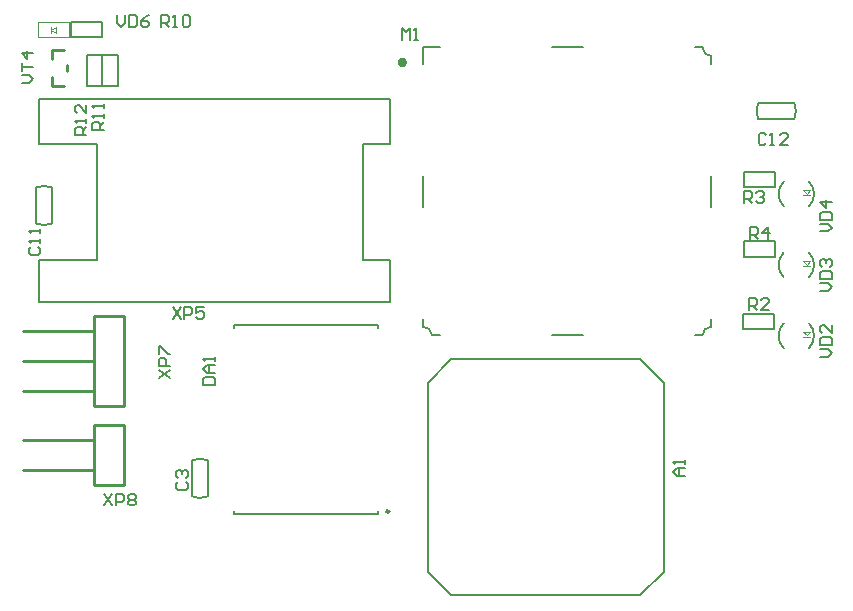
<source format=gto>
%FSLAX24Y24*%
%MOIN*%
G70*
G01*
G75*
G04 Layer_Color=65535*
%ADD10C,0.0079*%
G04:AMPARAMS|DCode=11|XSize=28mil|YSize=35.8mil|CornerRadius=2.8mil|HoleSize=0mil|Usage=FLASHONLY|Rotation=0.000|XOffset=0mil|YOffset=0mil|HoleType=Round|Shape=RoundedRectangle|*
%AMROUNDEDRECTD11*
21,1,0.0280,0.0302,0,0,0.0*
21,1,0.0224,0.0358,0,0,0.0*
1,1,0.0056,0.0112,-0.0151*
1,1,0.0056,-0.0112,-0.0151*
1,1,0.0056,-0.0112,0.0151*
1,1,0.0056,0.0112,0.0151*
%
%ADD11ROUNDEDRECTD11*%
G04:AMPARAMS|DCode=12|XSize=41mil|YSize=36mil|CornerRadius=1.8mil|HoleSize=0mil|Usage=FLASHONLY|Rotation=0.000|XOffset=0mil|YOffset=0mil|HoleType=Round|Shape=RoundedRectangle|*
%AMROUNDEDRECTD12*
21,1,0.0410,0.0324,0,0,0.0*
21,1,0.0374,0.0360,0,0,0.0*
1,1,0.0036,0.0187,-0.0162*
1,1,0.0036,-0.0187,-0.0162*
1,1,0.0036,-0.0187,0.0162*
1,1,0.0036,0.0187,0.0162*
%
%ADD12ROUNDEDRECTD12*%
G04:AMPARAMS|DCode=13|XSize=41mil|YSize=36mil|CornerRadius=1.8mil|HoleSize=0mil|Usage=FLASHONLY|Rotation=270.000|XOffset=0mil|YOffset=0mil|HoleType=Round|Shape=RoundedRectangle|*
%AMROUNDEDRECTD13*
21,1,0.0410,0.0324,0,0,270.0*
21,1,0.0374,0.0360,0,0,270.0*
1,1,0.0036,-0.0162,-0.0187*
1,1,0.0036,-0.0162,0.0187*
1,1,0.0036,0.0162,0.0187*
1,1,0.0036,0.0162,-0.0187*
%
%ADD13ROUNDEDRECTD13*%
%ADD14O,0.0394X0.0984*%
%ADD15O,0.0984X0.0394*%
G04:AMPARAMS|DCode=16|XSize=28mil|YSize=35.8mil|CornerRadius=2.8mil|HoleSize=0mil|Usage=FLASHONLY|Rotation=270.000|XOffset=0mil|YOffset=0mil|HoleType=Round|Shape=RoundedRectangle|*
%AMROUNDEDRECTD16*
21,1,0.0280,0.0302,0,0,270.0*
21,1,0.0224,0.0358,0,0,270.0*
1,1,0.0056,-0.0151,-0.0112*
1,1,0.0056,-0.0151,0.0112*
1,1,0.0056,0.0151,0.0112*
1,1,0.0056,0.0151,-0.0112*
%
%ADD16ROUNDEDRECTD16*%
%ADD17O,0.0591X0.0281*%
G04:AMPARAMS|DCode=18|XSize=78.7mil|YSize=47.2mil|CornerRadius=11.8mil|HoleSize=0mil|Usage=FLASHONLY|Rotation=180.000|XOffset=0mil|YOffset=0mil|HoleType=Round|Shape=RoundedRectangle|*
%AMROUNDEDRECTD18*
21,1,0.0787,0.0236,0,0,180.0*
21,1,0.0551,0.0472,0,0,180.0*
1,1,0.0236,-0.0276,0.0118*
1,1,0.0236,0.0276,0.0118*
1,1,0.0236,0.0276,-0.0118*
1,1,0.0236,-0.0276,-0.0118*
%
%ADD18ROUNDEDRECTD18*%
%ADD19C,0.0472*%
%ADD20O,0.0709X0.0315*%
%ADD21C,0.0157*%
%ADD22C,0.0118*%
%ADD23C,0.0394*%
%ADD24C,0.0197*%
%ADD25C,0.0600*%
%ADD26R,0.0600X0.0600*%
%ADD27O,0.0984X0.2165*%
%ADD28C,0.0709*%
%ADD29R,0.0600X0.0600*%
%ADD30C,0.0669*%
%ADD31C,0.0315*%
%ADD32C,0.0394*%
%ADD33O,0.0281X0.0591*%
G04:AMPARAMS|DCode=34|XSize=94.5mil|YSize=110.2mil|CornerRadius=23.6mil|HoleSize=0mil|Usage=FLASHONLY|Rotation=180.000|XOffset=0mil|YOffset=0mil|HoleType=Round|Shape=RoundedRectangle|*
%AMROUNDEDRECTD34*
21,1,0.0945,0.0630,0,0,180.0*
21,1,0.0472,0.1102,0,0,180.0*
1,1,0.0472,-0.0236,0.0315*
1,1,0.0472,0.0236,0.0315*
1,1,0.0472,0.0236,-0.0315*
1,1,0.0472,-0.0236,-0.0315*
%
%ADD34ROUNDEDRECTD34*%
G04:AMPARAMS|DCode=35|XSize=51.2mil|YSize=72mil|CornerRadius=2.6mil|HoleSize=0mil|Usage=FLASHONLY|Rotation=90.000|XOffset=0mil|YOffset=0mil|HoleType=Round|Shape=RoundedRectangle|*
%AMROUNDEDRECTD35*
21,1,0.0512,0.0669,0,0,90.0*
21,1,0.0461,0.0720,0,0,90.0*
1,1,0.0051,0.0335,0.0230*
1,1,0.0051,0.0335,-0.0230*
1,1,0.0051,-0.0335,-0.0230*
1,1,0.0051,-0.0335,0.0230*
%
%ADD35ROUNDEDRECTD35*%
G04:AMPARAMS|DCode=36|XSize=54mil|YSize=50mil|CornerRadius=12.5mil|HoleSize=0mil|Usage=FLASHONLY|Rotation=180.000|XOffset=0mil|YOffset=0mil|HoleType=Round|Shape=RoundedRectangle|*
%AMROUNDEDRECTD36*
21,1,0.0540,0.0250,0,0,180.0*
21,1,0.0290,0.0500,0,0,180.0*
1,1,0.0250,-0.0145,0.0125*
1,1,0.0250,0.0145,0.0125*
1,1,0.0250,0.0145,-0.0125*
1,1,0.0250,-0.0145,-0.0125*
%
%ADD36ROUNDEDRECTD36*%
G04:AMPARAMS|DCode=37|XSize=70.9mil|YSize=51.2mil|CornerRadius=12.8mil|HoleSize=0mil|Usage=FLASHONLY|Rotation=90.000|XOffset=0mil|YOffset=0mil|HoleType=Round|Shape=RoundedRectangle|*
%AMROUNDEDRECTD37*
21,1,0.0709,0.0256,0,0,90.0*
21,1,0.0453,0.0512,0,0,90.0*
1,1,0.0256,0.0128,0.0226*
1,1,0.0256,0.0128,-0.0226*
1,1,0.0256,-0.0128,-0.0226*
1,1,0.0256,-0.0128,0.0226*
%
%ADD37ROUNDEDRECTD37*%
%ADD38C,0.0070*%
%ADD39C,0.0071*%
%ADD40C,0.0098*%
%ADD41C,0.0100*%
%ADD42C,0.0039*%
D10*
X32815Y28504D02*
G03*
X33110Y28209I295J0D01*
G01*
Y19193D02*
G03*
X32815Y18898I0J-295D01*
G01*
X23799D02*
G03*
X23504Y19193I-295J0D01*
G01*
X23661Y11024D02*
X24449Y10236D01*
Y18110D02*
X24675D01*
X23661Y17323D02*
X24449Y18110D01*
X23661Y11024D02*
Y17323D01*
X30748Y18110D02*
X31535Y17323D01*
X24675Y18110D02*
X30748D01*
X24449Y10236D02*
X30748D01*
X31535Y11024D01*
Y17323D01*
X32559Y28504D02*
X32815D01*
X33110Y27953D02*
Y28209D01*
Y23189D02*
Y24213D01*
X32559Y18898D02*
X32815D01*
X33110Y19193D02*
Y19449D01*
X27795Y28504D02*
X28819D01*
X27795Y18898D02*
X28819D01*
X23504Y28504D02*
X24055D01*
X23504Y27953D02*
Y28504D01*
Y23189D02*
Y24213D01*
Y19193D02*
Y19449D01*
X23799Y18898D02*
X24055D01*
X22394Y25272D02*
Y26768D01*
X21489Y25272D02*
X22394D01*
X21489Y21413D02*
X22394D01*
X10701Y25272D02*
Y26768D01*
X22394Y19996D02*
Y21413D01*
X10701Y19996D02*
Y21413D01*
X21489D02*
Y25272D01*
X12630Y21413D02*
Y25272D01*
X10701D02*
X12630D01*
X10701Y21413D02*
X12630D01*
X10701Y26768D02*
X22394D01*
X10701Y19996D02*
X22394D01*
X17205Y19252D02*
X22008D01*
X17205Y12953D02*
X22008D01*
Y13051D01*
Y19154D02*
Y19252D01*
X17205Y19154D02*
Y19252D01*
Y12953D02*
Y13051D01*
X14764Y29173D02*
Y29567D01*
X14961D01*
X15026Y29501D01*
Y29370D01*
X14961Y29304D01*
X14764D01*
X14895D02*
X15026Y29173D01*
X15157D02*
X15289D01*
X15223D01*
Y29567D01*
X15157Y29501D01*
X15485D02*
X15551Y29567D01*
X15682D01*
X15748Y29501D01*
Y29239D01*
X15682Y29173D01*
X15551D01*
X15485Y29239D01*
Y29501D01*
X32244Y14213D02*
X31982D01*
X31851Y14344D01*
X31982Y14475D01*
X32244D01*
X32047D01*
Y14213D01*
X32244Y14606D02*
Y14737D01*
Y14672D01*
X31851D01*
X31916Y14606D01*
X12874Y13622D02*
X13136Y13228D01*
Y13622D02*
X12874Y13228D01*
X13268D02*
Y13622D01*
X13464D01*
X13530Y13556D01*
Y13425D01*
X13464Y13360D01*
X13268D01*
X13661Y13556D02*
X13727Y13622D01*
X13858D01*
X13924Y13556D01*
Y13491D01*
X13858Y13425D01*
X13924Y13360D01*
Y13294D01*
X13858Y13228D01*
X13727D01*
X13661Y13294D01*
Y13360D01*
X13727Y13425D01*
X13661Y13491D01*
Y13556D01*
X13727Y13425D02*
X13858D01*
X14685Y17480D02*
X15079Y17743D01*
X14685D02*
X15079Y17480D01*
Y17874D02*
X14685D01*
Y18071D01*
X14751Y18136D01*
X14882D01*
X14948Y18071D01*
Y17874D01*
X14685Y18267D02*
Y18530D01*
X14751D01*
X15013Y18267D01*
X15079D01*
X15341Y14003D02*
X15276Y13937D01*
Y13806D01*
X15341Y13740D01*
X15604D01*
X15669Y13806D01*
Y13937D01*
X15604Y14003D01*
X15341Y14134D02*
X15276Y14199D01*
Y14331D01*
X15341Y14396D01*
X15407D01*
X15473Y14331D01*
Y14265D01*
Y14331D01*
X15538Y14396D01*
X15604D01*
X15669Y14331D01*
Y14199D01*
X15604Y14134D01*
X10420Y21837D02*
X10354Y21772D01*
Y21640D01*
X10420Y21575D01*
X10682D01*
X10748Y21640D01*
Y21772D01*
X10682Y21837D01*
X10748Y21968D02*
Y22100D01*
Y22034D01*
X10354D01*
X10420Y21968D01*
X10748Y22296D02*
Y22428D01*
Y22362D01*
X10354D01*
X10420Y22296D01*
X34947Y25564D02*
X34882Y25630D01*
X34751D01*
X34685Y25564D01*
Y25302D01*
X34751Y25236D01*
X34882D01*
X34947Y25302D01*
X35079Y25236D02*
X35210D01*
X35144D01*
Y25630D01*
X35079Y25564D01*
X35669Y25236D02*
X35407D01*
X35669Y25499D01*
Y25564D01*
X35603Y25630D01*
X35472D01*
X35407Y25564D01*
X16181Y17244D02*
X16575D01*
Y17441D01*
X16509Y17506D01*
X16247D01*
X16181Y17441D01*
Y17244D01*
X16575Y17638D02*
X16312D01*
X16181Y17769D01*
X16312Y17900D01*
X16575D01*
X16378D01*
Y17638D01*
X16575Y18031D02*
Y18162D01*
Y18097D01*
X16181D01*
X16247Y18031D01*
X22795Y28740D02*
Y29134D01*
X22926Y29003D01*
X23058Y29134D01*
Y28740D01*
X23189D02*
X23320D01*
X23254D01*
Y29134D01*
X23189Y29068D01*
X34370Y19746D02*
Y20140D01*
X34567D01*
X34632Y20074D01*
Y19943D01*
X34567Y19877D01*
X34370D01*
X34501D02*
X34632Y19746D01*
X35026D02*
X34764D01*
X35026Y20008D01*
Y20074D01*
X34960Y20140D01*
X34829D01*
X34764Y20074D01*
X34213Y23327D02*
Y23720D01*
X34409D01*
X34475Y23655D01*
Y23524D01*
X34409Y23458D01*
X34213D01*
X34344D02*
X34475Y23327D01*
X34606Y23655D02*
X34672Y23720D01*
X34803D01*
X34869Y23655D01*
Y23589D01*
X34803Y23524D01*
X34737D01*
X34803D01*
X34869Y23458D01*
Y23392D01*
X34803Y23327D01*
X34672D01*
X34606Y23392D01*
X34409Y22126D02*
Y22520D01*
X34606D01*
X34672Y22454D01*
Y22323D01*
X34606Y22257D01*
X34409D01*
X34541D02*
X34672Y22126D01*
X35000D02*
Y22520D01*
X34803Y22323D01*
X35065D01*
X12874Y25748D02*
X12480D01*
Y25945D01*
X12546Y26010D01*
X12677D01*
X12743Y25945D01*
Y25748D01*
Y25879D02*
X12874Y26010D01*
Y26142D02*
Y26273D01*
Y26207D01*
X12480D01*
X12546Y26142D01*
X12874Y26470D02*
Y26601D01*
Y26535D01*
X12480D01*
X12546Y26470D01*
X12283Y25591D02*
X11890D01*
Y25787D01*
X11955Y25853D01*
X12087D01*
X12152Y25787D01*
Y25591D01*
Y25722D02*
X12283Y25853D01*
Y25984D02*
Y26115D01*
Y26050D01*
X11890D01*
X11955Y25984D01*
X12283Y26574D02*
Y26312D01*
X12021Y26574D01*
X11955D01*
X11890Y26509D01*
Y26378D01*
X11955Y26312D01*
X36732Y18189D02*
X36995D01*
X37126Y18320D01*
X36995Y18451D01*
X36732D01*
Y18583D02*
X37126D01*
Y18779D01*
X37060Y18845D01*
X36798D01*
X36732Y18779D01*
Y18583D01*
X37126Y19239D02*
Y18976D01*
X36864Y19239D01*
X36798D01*
X36732Y19173D01*
Y19042D01*
X36798Y18976D01*
X36732Y20394D02*
X36995D01*
X37126Y20525D01*
X36995Y20656D01*
X36732D01*
Y20787D02*
X37126D01*
Y20984D01*
X37060Y21050D01*
X36798D01*
X36732Y20984D01*
Y20787D01*
X36798Y21181D02*
X36732Y21246D01*
Y21378D01*
X36798Y21443D01*
X36864D01*
X36929Y21378D01*
Y21312D01*
Y21378D01*
X36995Y21443D01*
X37060D01*
X37126Y21378D01*
Y21246D01*
X37060Y21181D01*
X36732Y22362D02*
X36995D01*
X37126Y22493D01*
X36995Y22625D01*
X36732D01*
Y22756D02*
X37126D01*
Y22953D01*
X37060Y23018D01*
X36798D01*
X36732Y22953D01*
Y22756D01*
X37126Y23346D02*
X36732D01*
X36929Y23149D01*
Y23412D01*
X13307Y29567D02*
Y29304D01*
X13438Y29173D01*
X13569Y29304D01*
Y29567D01*
X13701D02*
Y29173D01*
X13897D01*
X13963Y29239D01*
Y29501D01*
X13897Y29567D01*
X13701D01*
X14357D02*
X14225Y29501D01*
X14094Y29370D01*
Y29239D01*
X14160Y29173D01*
X14291D01*
X14357Y29239D01*
Y29304D01*
X14291Y29370D01*
X14094D01*
X10118Y27323D02*
X10381D01*
X10512Y27454D01*
X10381Y27585D01*
X10118D01*
Y27716D02*
Y27979D01*
Y27848D01*
X10512D01*
Y28307D02*
X10118D01*
X10315Y28110D01*
Y28372D01*
X15157Y19842D02*
X15420Y19449D01*
Y19842D02*
X15157Y19449D01*
X15551D02*
Y19842D01*
X15748D01*
X15813Y19777D01*
Y19646D01*
X15748Y19580D01*
X15551D01*
X16207Y19842D02*
X15945D01*
Y19646D01*
X16076Y19711D01*
X16141D01*
X16207Y19646D01*
Y19514D01*
X16141Y19449D01*
X16010D01*
X15945Y19514D01*
D21*
X22894Y27992D02*
G03*
X22894Y27992I-79J0D01*
G01*
D38*
X35879Y26123D02*
G03*
X35879Y26634I-609J255D01*
G01*
X34672D02*
G03*
X34672Y26123I608J-256D01*
G01*
X10611Y22624D02*
G03*
X11122Y22625I255J609D01*
G01*
Y23832D02*
G03*
X10611Y23832I-256J-608D01*
G01*
X16318Y14738D02*
G03*
X15807Y14737I-255J-609D01*
G01*
Y13530D02*
G03*
X16318Y13530I256J608D01*
G01*
X11762Y28839D02*
X12805D01*
Y29350D01*
X11762D02*
X12805D01*
X11762Y28839D02*
Y29350D01*
X34675Y26634D02*
X35876D01*
X34676Y26123D02*
X35876D01*
X11122Y22628D02*
Y23829D01*
X10611Y22628D02*
Y23828D01*
X34163Y19114D02*
Y19626D01*
X35207Y19114D02*
Y19626D01*
X34163Y19114D02*
X35207D01*
X34163Y19626D02*
X35207D01*
X35246Y23839D02*
Y24350D01*
X34203Y23839D02*
Y24350D01*
X35246D01*
X34203Y23839D02*
X35246D01*
Y21516D02*
Y22028D01*
X34203Y21516D02*
Y22028D01*
X35246D01*
X34203Y21516D02*
X35246D01*
X12815Y28238D02*
X13327D01*
X12815Y27195D02*
X13327D01*
X12815D02*
Y28238D01*
X13327Y27195D02*
Y28238D01*
X12303Y27195D02*
X12815D01*
X12303Y28238D02*
X12815D01*
Y27195D02*
Y28238D01*
X12303Y27195D02*
Y28238D01*
X15807Y13533D02*
Y14734D01*
X16318Y13534D02*
Y14734D01*
D39*
X35527Y19303D02*
G03*
X35527Y18468I418J-418D01*
G01*
X36362D02*
G03*
X36362Y19303I-418J418D01*
G01*
X35527Y21666D02*
G03*
X35527Y20830I418J-418D01*
G01*
X36362D02*
G03*
X36362Y21666I-418J418D01*
G01*
X35527Y24028D02*
G03*
X35527Y23193I418J-418D01*
G01*
X36362D02*
G03*
X36362Y24028I-418J418D01*
G01*
D40*
X22372Y13032D02*
G03*
X22372Y13032I-49J0D01*
G01*
D41*
X10157Y19055D02*
X12520D01*
X10157Y18051D02*
X12520D01*
X10157Y17047D02*
X12520D01*
X13543Y16535D02*
Y19528D01*
X12520D02*
X13543D01*
X12520Y16535D02*
X13543D01*
X12520D02*
Y19528D01*
Y13898D02*
Y15906D01*
Y13898D02*
X13543D01*
X12520Y15906D02*
X13543D01*
Y13898D02*
Y15906D01*
X10157Y14409D02*
X12520D01*
X10157Y15413D02*
X12520D01*
X11145Y27202D02*
Y27502D01*
Y28402D02*
X11545D01*
X11145Y28102D02*
Y28402D01*
X11645Y27702D02*
Y27902D01*
X11145Y27202D02*
X11545D01*
D42*
X36181Y19016D02*
X36299Y18898D01*
X36299D02*
X36417Y19016D01*
X36181D02*
X36417D01*
X36181Y18858D02*
X36417D01*
X36181Y21378D02*
X36299Y21260D01*
X36299D02*
X36417Y21378D01*
X36181D02*
X36417D01*
X36181Y21220D02*
X36417D01*
X36181Y23740D02*
X36299Y23622D01*
X36299D02*
X36417Y23740D01*
X36181D02*
X36417D01*
X36181Y23583D02*
X36417D01*
X11691Y28859D02*
Y29329D01*
X10671Y28859D02*
Y29329D01*
X11262Y28994D02*
Y29194D01*
X11112Y29094D02*
X11262Y28994D01*
X11112Y29094D02*
X11262Y29194D01*
X11112Y28994D02*
Y29194D01*
X10671Y29329D02*
X11691D01*
X10671Y28859D02*
X11691D01*
M02*

</source>
